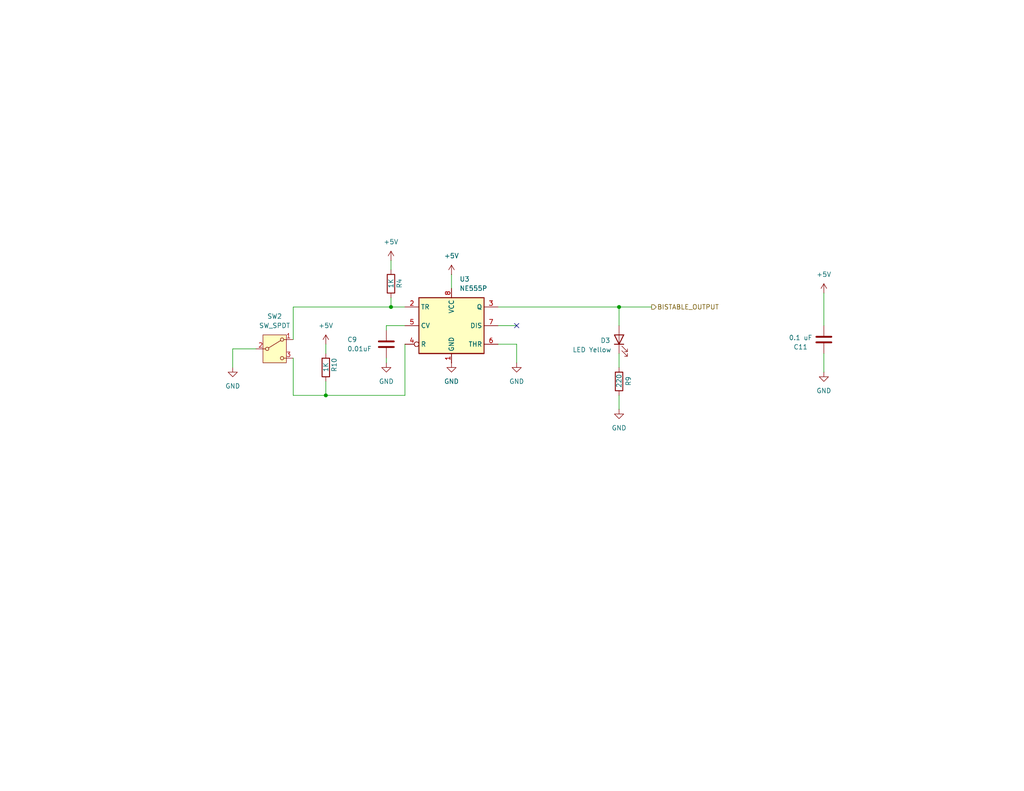
<source format=kicad_sch>
(kicad_sch (version 20231120) (generator "eeschema") (generator_version "8.0")
  (paper "A")
  (lib_symbols
    (symbol "Device:C" (pin_numbers hide) (pin_names (offset 0.254))
      (property "Reference" "C" (at 0.635 2.54 0))
      (property "Value" "C" (at 0.635 -2.54 0))
      (symbol "C_0_1"
        (polyline (pts (xy -2.032 -0.762) (xy 2.032 -0.762)) (stroke (width 0.508)))
        (polyline (pts (xy -2.032 0.762) (xy 2.032 0.762)) (stroke (width 0.508)))
      )
      (symbol "C_1_1"
        (pin passive line (at 0 3.81 270) (length 2.794) (name "~") (number "1"))
        (pin passive line (at 0 -3.81 90) (length 2.794) (name "~") (number "2"))
      )
    )
    (symbol "Device:LED" (pin_numbers hide) (pin_names (offset 1.016) hide)
      (property "Reference" "D" (at 0 2.54 0))
      (property "Value" "LED" (at 0 -2.54 0))
      (symbol "LED_0_1"
        (polyline (pts (xy -1.27 -1.27) (xy -1.27 1.27)) (stroke (width 0.254)))
        (polyline (pts (xy -1.27 0) (xy 1.27 0)))
        (polyline (pts (xy 1.27 -1.27) (xy 1.27 1.27) (xy -1.27 0) (xy 1.27 -1.27)) (stroke (width 0.254)))
        (polyline (pts (xy -3.048 -0.762) (xy -4.572 -2.286) (xy -3.81 -2.286) (xy -4.572 -2.286) (xy -4.572 -1.524)))
        (polyline (pts (xy -1.778 -0.762) (xy -3.302 -2.286) (xy -2.54 -2.286) (xy -3.302 -2.286) (xy -3.302 -1.524)))
      )
      (symbol "LED_1_1"
        (pin passive line (at -3.81 0 0) (length 2.54) (name "K") (number "1"))
        (pin passive line (at 3.81 0 180) (length 2.54) (name "A") (number "2"))
      )
    )
    (symbol "Device:R" (pin_numbers hide) (pin_names (offset 0))
      (property "Reference" "R" (at 2.032 0 90))
      (property "Value" "R" (at 0 0 90))
      (symbol "R_0_1"
        (rectangle (start -1.016 -2.54) (end 1.016 2.54) (stroke (width 0.254)))
      )
      (symbol "R_1_1"
        (pin passive line (at 0 3.81 270) (length 1.27) (name "~") (number "1"))
        (pin passive line (at 0 -3.81 90) (length 1.27) (name "~") (number "2"))
      )
    )
    (symbol "Switch:SW_SPDT" (pin_names (offset 0) hide)
      (property "Reference" "SW" (at 0 5.08 0))
      (property "Value" "SW_SPDT" (at 0 -5.08 0))
      (symbol "SW_SPDT_0_1"
        (circle (center -2.032 0) (radius 0.4572))
        (polyline (pts (xy -1.651 0.254) (xy 1.651 2.286)))
        (circle (center 2.032 -2.54) (radius 0.4572))
        (circle (center 2.032 2.54) (radius 0.4572))
      )
      (symbol "SW_SPDT_1_1"
        (rectangle (start -3.175 3.81) (end 3.175 -3.81) (fill (type background)))
        (pin passive line (at 5.08 2.54 180) (length 2.54) (name "A") (number "1"))
        (pin passive line (at -5.08 0 0) (length 2.54) (name "B") (number "2"))
        (pin passive line (at 5.08 -2.54 180) (length 2.54) (name "C") (number "3"))
      )
    )
    (symbol "Timer:NE555P"
      (property "Reference" "U" (at -10.16 8.89 0))
      (property "Value" "NE555P" (at 2.54 8.89 0))
      (symbol "NE555P_0_0"
        (pin power_in line (at 0 -10.16 90) (length 2.54) (name "GND") (number "1"))
        (pin power_in line (at 0 10.16 270) (length 2.54) (name "VCC") (number "8"))
      )
      (symbol "NE555P_0_1"
        (rectangle (start -8.89 -7.62) (end 8.89 7.62) (stroke (width 0.254)) (fill (type background)))
        (rectangle (start -8.89 -7.62) (end 8.89 7.62) (stroke (width 0.254)) (fill (type background)))
      )
      (symbol "NE555P_1_1"
        (pin input line (at -12.7 5.08 0) (length 3.81) (name "TR") (number "2"))
        (pin output line (at 12.7 5.08 180) (length 3.81) (name "Q") (number "3"))
        (pin input inverted (at -12.7 -5.08 0) (length 3.81) (name "R") (number "4"))
        (pin input line (at -12.7 0 0) (length 3.81) (name "CV") (number "5"))
        (pin input line (at 12.7 -5.08 180) (length 3.81) (name "THR") (number "6"))
        (pin input line (at 12.7 0 180) (length 3.81) (name "DIS") (number "7"))
      )
    )
    (symbol "power:+5V" (power) (pin_numbers hide) (pin_names (offset 0) hide)
      (property "Value" "+5V" (at 0 3.556 0))
      (symbol "+5V_0_1"
        (polyline (pts (xy -0.762 1.27) (xy 0 2.54)))
        (polyline (pts (xy 0 0) (xy 0 2.54)))
        (polyline (pts (xy 0 2.54) (xy 0.762 1.27)))
      )
      (symbol "+5V_1_1"
        (pin power_in line (at 0 0 90) (length 0) (name "~") (number "1"))
      )
    )
    (symbol "power:GND" (power) (pin_numbers hide) (pin_names (offset 0) hide)
      (property "Value" "GND" (at 0 -3.81 0))
      (symbol "GND_0_1"
        (polyline (pts (xy 0 0) (xy 0 -1.27) (xy 1.27 -1.27) (xy 0 -2.54) (xy -1.27 -1.27) (xy 0 -1.27)))
      )
      (symbol "GND_1_1"
        (pin power_in line (at 0 0 270) (length 0) (name "~") (number "1"))
      )
    )
  )
  (junction (at 88.9 107.95))
  (junction (at 106.68 83.82))
  (junction (at 168.91 83.82))
  (no_connect (at 140.97 88.9))
  (wire (pts (xy 80.01 107.95) (xy 88.9 107.95)))
  (wire (pts (xy 105.41 97.79) (xy 105.41 99.06)))
  (wire (pts (xy 135.89 93.98) (xy 140.97 93.98)))
  (wire (pts (xy 135.89 88.9) (xy 140.97 88.9)))
  (wire (pts (xy 80.01 83.82) (xy 106.68 83.82)))
  (wire (pts (xy 110.49 83.82) (xy 106.68 83.82)))
  (wire (pts (xy 106.68 71.12) (xy 106.68 73.66)))
  (wire (pts (xy 110.49 93.98) (xy 110.49 107.95)))
  (wire (pts (xy 106.68 83.82) (xy 106.68 81.28)))
  (wire (pts (xy 69.85 95.25) (xy 63.5 95.25)))
  (wire (pts (xy 110.49 107.95) (xy 88.9 107.95)))
  (wire (pts (xy 88.9 104.14) (xy 88.9 107.95)))
  (wire (pts (xy 63.5 95.25) (xy 63.5 100.33)))
  (wire (pts (xy 110.49 88.9) (xy 105.41 88.9)))
  (wire (pts (xy 140.97 93.98) (xy 140.97 99.06)))
  (wire (pts (xy 224.79 80.01) (xy 224.79 88.9)))
  (wire (pts (xy 135.89 83.82) (xy 168.91 83.82)))
  (wire (pts (xy 168.91 107.95) (xy 168.91 111.76)))
  (wire (pts (xy 123.19 74.93) (xy 123.19 78.74)))
  (wire (pts (xy 105.41 88.9) (xy 105.41 90.17)))
  (wire (pts (xy 80.01 107.95) (xy 80.01 97.79)))
  (wire (pts (xy 88.9 93.98) (xy 88.9 96.52)))
  (wire (pts (xy 224.79 96.52) (xy 224.79 101.6)))
  (wire (pts (xy 80.01 92.71) (xy 80.01 83.82)))
  (wire (pts (xy 168.91 83.82) (xy 168.91 88.9)))
  (wire (pts (xy 168.91 96.52) (xy 168.91 100.33)))
  (wire (pts (xy 168.91 83.82) (xy 177.8 83.82)))
  (hierarchical_label "BISTABLE_OUTPUT" (shape output) (at 177.8 83.82 0))
  (symbol (lib_id "Device:R") (at 168.91 104.14 0) (unit 1)
    (property "Reference" "R9" (at 171.45 105.41 90) (effects (justify left)))
    (property "Value" "220" (at 168.91 105.918 90) (effects (justify left)))
    (property "Footprint" "Resistor_THT:R_Axial_DIN0207_L6.3mm_D2.5mm_P7.62mm_Horizontal" (effects (hide yes)))
    (property "Datasheet" "https://www.yageo.com/upload/media/product/app/datasheet/lr/yageo-mfr_datasheet.pdf" (effects (hide yes)))
    (property "Description" "Resistor" (effects (hide yes)))
    (property "Digkey PN" "MFR-25FBF52-220R-ND" (effects (hide yes)))
    (property "Manufacturer PN" "MFR-25FBF52-220R" (effects (hide yes)))
    (property "DigiKey URL" "https://www.digikey.com/en/products/detail/yageo/MFR-25FBF52-220R/9138097" (effects (hide yes)))
    (property "Price" "0.10" (effects (hide yes)))
  )
  (symbol (lib_id "power:GND") (at 224.79 101.6 0) (unit 1)
    (property "Reference" "#PWR035" (effects (hide yes)))
    (property "Value" "GND" (at 224.79 106.68 0))
    (property "Description" "Power symbol creates a global label with name \"GND\" , ground" (effects (hide yes)))
  )
  (symbol (lib_id "Timer:NE555P") (at 123.19 88.9 0) (unit 1)
    (property "Reference" "U3" (at 125.3841 76.2 0) (effects (justify left)))
    (property "Value" "NE555P" (at 125.3841 78.74 0) (effects (justify left)))
    (property "Footprint" "Package_DIP:DIP-8_W7.62mm" (effects (hide yes)))
    (property "Datasheet" "http://www.ti.com/lit/ds/symlink/ne555.pdf" (effects (hide yes)))
    (property "Description" "Precision Timers, 555 compatible,  PDIP-8" (effects (hide yes)))
    (property "Digkey PN" "296-NE555P-ND" (effects (hide yes)))
    (property "Manufacturer PN" "NE555P" (effects (hide yes)))
    (property "DigiKey URL" "https://www.digikey.com/en/products/detail/texas-instruments/NE555P/277057" (effects (hide yes)))
    (property "Price" "0.36" (effects (hide yes)))
  )
  (symbol (lib_id "Device:C") (at 105.41 93.98 0) (unit 1)
    (property "Reference" "C9" (at 94.742 92.71 0) (effects (justify left)))
    (property "Value" "0.01uF" (at 94.742 95.25 0) (effects (justify left)))
    (property "Footprint" "Capacitor_THT:C_Disc_D5.0mm_W2.5mm_P2.50mm" (effects (hide yes)))
    (property "Datasheet" "https://www.vishay.com/docs/45171/kseries.pdf" (effects (hide yes)))
    (property "Description" "Unpolarized capacitor." (effects (hide yes)))
    (property "Manufacturer PN" "K103M15X7RF53L2" (effects (hide yes)))
    (property "Digkey PN" " BC5136-ND" (effects (hide yes)))
    (property "DigiKey URL" "https://www.digikey.com/en/products/detail/vishay-beyschlag-draloric-bc-components/K103M15X7RF53L2/2820467" (effects (hide yes)))
    (property "Price" "0.16" (effects (hide yes)))
  )
  (symbol (lib_id "Device:LED") (at 168.91 92.71 90) (unit 1)
    (property "Reference" "D3" (at 163.83 92.964 90) (effects (justify right)))
    (property "Value" "LED Yellow" (at 156.21 95.504 90) (effects (justify right)))
    (property "Footprint" "LED_THT:LED_D5.0mm" (effects (hide yes)))
    (property "Datasheet" "https://www.kingbrightusa.com/images/catalog/SPEC/WP1503YD.pdf" (effects (hide yes)))
    (property "Description" "Light emitting diode" (effects (hide yes)))
    (property "Digkey PN" "754-1872-ND" (effects (hide yes)))
    (property "Manufacturer PN" "WP1503YD" (effects (hide yes)))
    (property "DigiKey URL" "https://www.digikey.com/en/products/detail/kingbright/WP1503YD/3084106" (effects (hide yes)))
    (property "Price" "0.22" (effects (hide yes)))
  )
  (symbol (lib_id "power:GND") (at 105.41 99.06 0) (unit 1)
    (property "Reference" "#PWR027" (effects (hide yes)))
    (property "Value" "GND" (at 105.41 104.14 0))
    (property "Description" "Power symbol creates a global label with name \"GND\" , ground" (effects (hide yes)))
  )
  (symbol (lib_id "Device:R") (at 88.9 100.33 180) (unit 1)
    (property "Reference" "R10" (at 91.186 101.6 90) (effects (justify right)))
    (property "Value" "1K" (at 88.9 101.6 90) (effects (justify right)))
    (property "Footprint" "Resistor_THT:R_Axial_DIN0207_L6.3mm_D2.5mm_P7.62mm_Horizontal" (effects (hide yes)))
    (property "Datasheet" "https://www.seielect.com/catalog/sei-rnf_rnmf.pdf" (effects (hide yes)))
    (property "Description" "Resistor" (effects (hide yes)))
    (property "Digkey PN" "RNF14FTD1K00CT-ND " (effects (hide yes)))
    (property "Manufacturer PN" "RNF14FTD1K00" (effects (hide yes)))
    (property "DigiKey URL" "https://www.digikey.com/en/products/detail/stackpole-electronics-inc/RNF14FTD1K00/1706678" (effects (hide yes)))
    (property "Price" "0.1" (effects (hide yes)))
  )
  (symbol (lib_id "power:+5V") (at 224.79 80.01 0) (unit 1)
    (property "Reference" "#PWR034" (effects (hide yes)))
    (property "Value" "+5V" (at 224.79 74.93 0))
    (property "Description" "Power symbol creates a global label with name \"+5V\"" (effects (hide yes)))
  )
  (symbol (lib_id "power:+5V") (at 106.68 71.12 0) (unit 1)
    (property "Reference" "#PWR025" (effects (hide yes)))
    (property "Value" "+5V" (at 106.68 66.04 0))
    (property "Description" "Power symbol creates a global label with name \"+5V\"" (effects (hide yes)))
  )
  (symbol (lib_id "power:GND") (at 140.97 99.06 0) (unit 1)
    (property "Reference" "#PWR028" (effects (hide yes)))
    (property "Value" "GND" (at 140.97 104.14 0))
    (property "Description" "Power symbol creates a global label with name \"GND\" , ground" (effects (hide yes)))
  )
  (symbol (lib_id "power:GND") (at 123.19 99.06 0) (unit 1)
    (property "Reference" "#PWR030" (effects (hide yes)))
    (property "Value" "GND" (at 123.19 104.14 0))
    (property "Description" "Power symbol creates a global label with name \"GND\" , ground" (effects (hide yes)))
  )
  (symbol (lib_id "Device:R") (at 106.68 77.47 180) (unit 1)
    (property "Reference" "R4" (at 108.966 78.74 90) (effects (justify right)))
    (property "Value" "1K" (at 106.68 78.74 90) (effects (justify right)))
    (property "Footprint" "Resistor_THT:R_Axial_DIN0207_L6.3mm_D2.5mm_P7.62mm_Horizontal" (effects (hide yes)))
    (property "Datasheet" "https://www.seielect.com/catalog/sei-rnf_rnmf.pdf" (effects (hide yes)))
    (property "Description" "Resistor" (effects (hide yes)))
    (property "Digkey PN" "RNF14FTD1K00CT-ND " (effects (hide yes)))
    (property "Manufacturer PN" "RNF14FTD1K00" (effects (hide yes)))
    (property "DigiKey URL" "https://www.digikey.com/en/products/detail/stackpole-electronics-inc/RNF14FTD1K00/1706678" (effects (hide yes)))
    (property "Price" "0.1" (effects (hide yes)))
  )
  (symbol (lib_id "power:+5V") (at 123.19 74.93 0) (unit 1)
    (property "Reference" "#PWR029" (effects (hide yes)))
    (property "Value" "+5V" (at 123.19 69.85 0))
    (property "Description" "Power symbol creates a global label with name \"+5V\"" (effects (hide yes)))
  )
  (symbol (lib_id "power:+5V") (at 88.9 93.98 0) (unit 1)
    (property "Reference" "#PWR026" (effects (hide yes)))
    (property "Value" "+5V" (at 88.9 88.9 0))
    (property "Description" "Power symbol creates a global label with name \"+5V\"" (effects (hide yes)))
  )
  (symbol (lib_id "Switch:SW_SPDT") (at 74.93 95.25 0) (unit 1)
    (property "Reference" "SW2" (at 74.93 86.36 0))
    (property "Value" "SW_SPDT" (at 74.93 88.9 0))
    (property "Footprint" "Button_Switch_THT:SW_Slide_SPDT_Straight_CK_OS102011MS2Q" (effects (hide yes)))
    (property "Datasheet" "https://www.ckswitches.com/media/1428/os.pdf" (effects (hide yes)))
    (property "Description" "Switch, single pole double throw" (effects (hide yes)))
    (property "Digkey PN" "CKN9565-ND" (effects (hide yes)))
    (property "Manufacturer PN" "OS102011MS2QN1" (effects (hide yes)))
    (property "DigiKey URL" "https://www.digikey.com/en/products/detail/c-k/OS102011MS2QN1/411602" (effects (hide yes)))
    (property "Price" "0.79" (effects (hide yes)))
  )
  (symbol (lib_id "power:GND") (at 168.91 111.76 0) (unit 1)
    (property "Reference" "#PWR033" (effects (hide yes)))
    (property "Value" "GND" (at 168.91 116.84 0))
    (property "Description" "Power symbol creates a global label with name \"GND\" , ground" (effects (hide yes)))
  )
  (symbol (lib_id "Device:C") (at 224.79 92.71 180) (unit 1)
    (property "Reference" "C11" (at 218.44 94.742 0))
    (property "Value" "0.1 uF" (at 218.44 92.202 0))
    (property "Footprint" "Capacitor_THT:C_Disc_D5.0mm_W2.5mm_P2.50mm" (effects (hide yes)))
    (property "Description" "Unpolarized capacitor" (effects (hide yes)))
    (property "Digkey PN" "399-9776-ND" (effects (hide yes)))
    (property "Manufacturer PN" "C320C104M5R5TA" (effects (hide yes)))
    (property "DigiKey URL" "https://www.digikey.com/en/products/detail/kemet/C320C104M5R5TA/3726028" (effects (hide yes)))
    (property "Price" "0.2" (effects (hide yes)))
  )
  (symbol (lib_id "power:GND") (at 63.5 100.33 0) (unit 1)
    (property "Reference" "#PWR031" (effects (hide yes)))
    (property "Value" "GND" (at 63.5 105.41 0))
    (property "Description" "Power symbol creates a global label with name \"GND\" , ground" (effects (hide yes)))
  )
)
</source>
